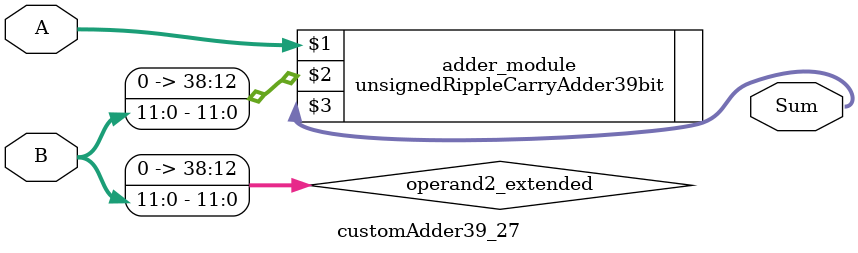
<source format=v>
module customAdder39_27(
                        input [38 : 0] A,
                        input [11 : 0] B,
                        
                        output [39 : 0] Sum
                );

        wire [38 : 0] operand2_extended;
        
        assign operand2_extended =  {27'b0, B};
        
        unsignedRippleCarryAdder39bit adder_module(
            A,
            operand2_extended,
            Sum
        );
        
        endmodule
        
</source>
